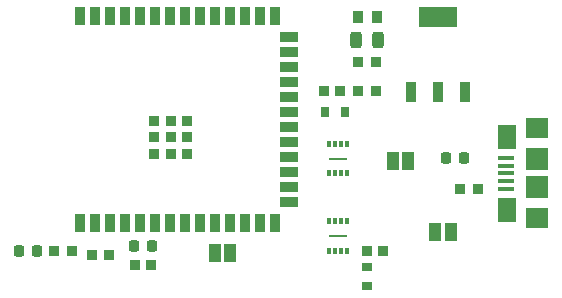
<source format=gts>
%TF.GenerationSoftware,KiCad,Pcbnew,7.0.2-6a45011f42~172~ubuntu20.04.1*%
%TF.CreationDate,2023-05-12T18:09:33+10:00*%
%TF.ProjectId,pcb_redesign,7063625f-7265-4646-9573-69676e2e6b69,rev?*%
%TF.SameCoordinates,Original*%
%TF.FileFunction,Soldermask,Top*%
%TF.FilePolarity,Negative*%
%FSLAX46Y46*%
G04 Gerber Fmt 4.6, Leading zero omitted, Abs format (unit mm)*
G04 Created by KiCad (PCBNEW 7.0.2-6a45011f42~172~ubuntu20.04.1) date 2023-05-12 18:09:33*
%MOMM*%
%LPD*%
G01*
G04 APERTURE LIST*
G04 Aperture macros list*
%AMRoundRect*
0 Rectangle with rounded corners*
0 $1 Rounding radius*
0 $2 $3 $4 $5 $6 $7 $8 $9 X,Y pos of 4 corners*
0 Add a 4 corners polygon primitive as box body*
4,1,4,$2,$3,$4,$5,$6,$7,$8,$9,$2,$3,0*
0 Add four circle primitives for the rounded corners*
1,1,$1+$1,$2,$3*
1,1,$1+$1,$4,$5*
1,1,$1+$1,$6,$7*
1,1,$1+$1,$8,$9*
0 Add four rect primitives between the rounded corners*
20,1,$1+$1,$2,$3,$4,$5,0*
20,1,$1+$1,$4,$5,$6,$7,0*
20,1,$1+$1,$6,$7,$8,$9,0*
20,1,$1+$1,$8,$9,$2,$3,0*%
G04 Aperture macros list end*
%ADD10R,0.900000X0.970000*%
%ADD11R,0.940000X1.020000*%
%ADD12R,0.870000X0.930000*%
%ADD13RoundRect,0.243750X-0.243750X-0.456250X0.243750X-0.456250X0.243750X0.456250X-0.243750X0.456250X0*%
%ADD14RoundRect,0.225000X-0.225000X-0.250000X0.225000X-0.250000X0.225000X0.250000X-0.225000X0.250000X0*%
%ADD15R,1.350000X0.400000*%
%ADD16R,1.600000X2.100000*%
%ADD17R,1.900000X1.800000*%
%ADD18R,1.900000X1.900000*%
%ADD19R,0.950000X1.750000*%
%ADD20R,3.200000X1.750000*%
%ADD21R,1.000000X1.500000*%
%ADD22R,0.970000X0.930000*%
%ADD23R,0.900000X0.900000*%
%ADD24R,0.900000X1.500000*%
%ADD25R,1.500000X0.900000*%
%ADD26R,0.790000X0.930000*%
%ADD27R,0.930000X0.790000*%
%ADD28R,0.350000X0.560000*%
%ADD29R,1.600000X0.200000*%
G04 APERTURE END LIST*
D10*
%TO.C,R6*%
X114890000Y-79400000D03*
X116410000Y-79400000D03*
%TD*%
D11*
%TO.C,R3*%
X139040000Y-59200000D03*
X137460000Y-59200000D03*
%TD*%
D12*
%TO.C,C3*%
X113280000Y-79000000D03*
X111720000Y-79000000D03*
%TD*%
D13*
%TO.C,D1*%
X137312500Y-61200000D03*
X139187500Y-61200000D03*
%TD*%
D14*
%TO.C,C4*%
X144875000Y-71200000D03*
X146425000Y-71200000D03*
%TD*%
D12*
%TO.C,C2*%
X146055000Y-73795000D03*
X147615000Y-73795000D03*
%TD*%
D15*
%TO.C,J1*%
X149950000Y-73750000D03*
X149950000Y-73100000D03*
X149950000Y-72450000D03*
X149950000Y-71800000D03*
X149950000Y-71150000D03*
D16*
X150075000Y-75550000D03*
X150075000Y-69350000D03*
D17*
X152625000Y-76250000D03*
D18*
X152625000Y-73650000D03*
X152625000Y-71250000D03*
D17*
X152625000Y-68650000D03*
%TD*%
D19*
%TO.C,IC1*%
X141950000Y-65550000D03*
X144250000Y-65550000D03*
X146550000Y-65550000D03*
D20*
X144250000Y-59250000D03*
%TD*%
D14*
%TO.C,C8*%
X108725000Y-79000000D03*
X110275000Y-79000000D03*
%TD*%
%TO.C,C1*%
X118499700Y-78600000D03*
X120049700Y-78600000D03*
%TD*%
D21*
%TO.C,JP3*%
X144000000Y-77400000D03*
X145300000Y-77400000D03*
%TD*%
%TO.C,JP2*%
X140400000Y-71400000D03*
X141700000Y-71400000D03*
%TD*%
D22*
%TO.C,R1*%
X118570000Y-80200000D03*
X119930000Y-80200000D03*
%TD*%
D12*
%TO.C,C7*%
X139010000Y-65530000D03*
X137450000Y-65530000D03*
%TD*%
%TO.C,C6*%
X139010000Y-63050000D03*
X137450000Y-63050000D03*
%TD*%
D23*
%TO.C,U1*%
X123000000Y-70800000D03*
X120200000Y-69400000D03*
X123000000Y-68000000D03*
X121600000Y-68000000D03*
X123000000Y-69400000D03*
X120200000Y-68000000D03*
X120200000Y-70800000D03*
X121600000Y-70800000D03*
X121600000Y-69400000D03*
D24*
X113880000Y-59150000D03*
X115150000Y-59150000D03*
X116420000Y-59150000D03*
X117690000Y-59150000D03*
X118960000Y-59150000D03*
X120230000Y-59150000D03*
X121500000Y-59150000D03*
X122770000Y-59150000D03*
X124040000Y-59150000D03*
X125310000Y-59150000D03*
X126580000Y-59150000D03*
X127850000Y-59150000D03*
X129120000Y-59150000D03*
X130390000Y-59150000D03*
D25*
X131640000Y-60915000D03*
X131640000Y-62185000D03*
X131640000Y-63455000D03*
X131640000Y-64725000D03*
X131640000Y-65995000D03*
X131640000Y-67265000D03*
X131640000Y-68535000D03*
X131640000Y-69805000D03*
X131640000Y-71075000D03*
X131640000Y-72345000D03*
X131640000Y-73615000D03*
X131640000Y-74885000D03*
D24*
X130390000Y-76650000D03*
X129120000Y-76650000D03*
X127850000Y-76650000D03*
X126580000Y-76650000D03*
X125310000Y-76650000D03*
X124040000Y-76650000D03*
X122770000Y-76650000D03*
X121500000Y-76650000D03*
X120230000Y-76650000D03*
X118960000Y-76650000D03*
X117690000Y-76650000D03*
X116420000Y-76650000D03*
X115150000Y-76650000D03*
X113880000Y-76650000D03*
%TD*%
D22*
%TO.C,R9*%
X134570000Y-65500000D03*
X135930000Y-65500000D03*
%TD*%
D26*
%TO.C,R8*%
X136320000Y-67250000D03*
X134680000Y-67250000D03*
%TD*%
D22*
%TO.C,R5*%
X138250000Y-79000000D03*
X139610000Y-79000000D03*
%TD*%
D27*
%TO.C,R4*%
X138250000Y-82020000D03*
X138250000Y-80380000D03*
%TD*%
D21*
%TO.C,JP1*%
X126650000Y-79200000D03*
X125350000Y-79200000D03*
%TD*%
D28*
%TO.C,A3908EEETR-T3*%
X135000000Y-72470000D03*
X135500000Y-72470000D03*
X136000000Y-72470000D03*
X136500000Y-72470000D03*
X136500000Y-70000000D03*
X136000000Y-70000000D03*
X135500000Y-70000000D03*
X135000000Y-70000000D03*
D29*
X135750000Y-71235000D03*
%TD*%
D28*
%TO.C,A3908EEETR-T1*%
X136500000Y-76530000D03*
X136000000Y-76530000D03*
X135500000Y-76530000D03*
X135000000Y-76530000D03*
X135000000Y-79000000D03*
X135500000Y-79000000D03*
X136000000Y-79000000D03*
X136500000Y-79000000D03*
D29*
X135750000Y-77765000D03*
%TD*%
M02*

</source>
